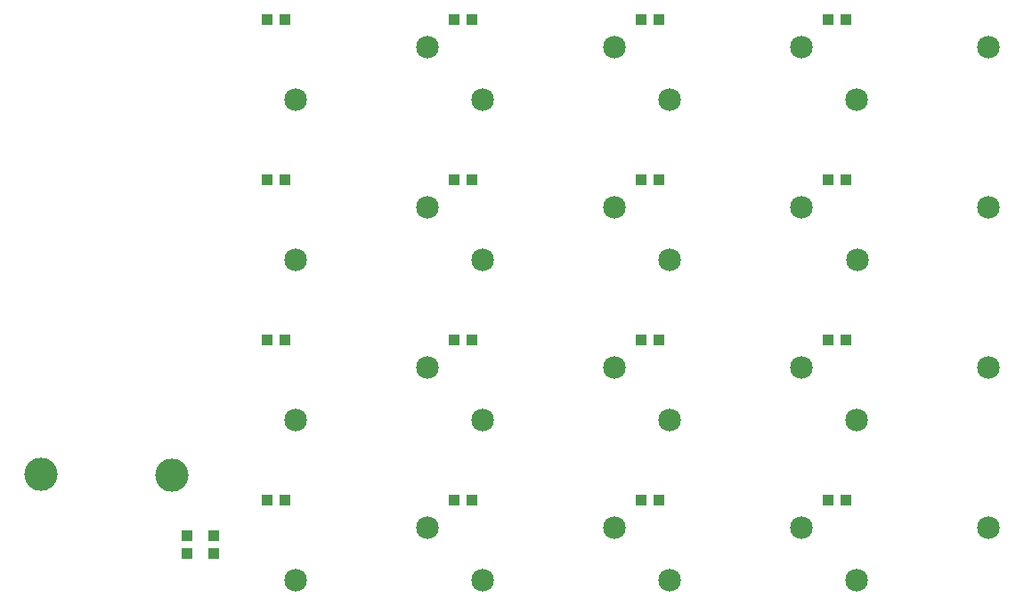
<source format=gtp>
G04 MADE WITH FRITZING*
G04 WWW.FRITZING.ORG*
G04 DOUBLE SIDED*
G04 HOLES PLATED*
G04 CONTOUR ON CENTER OF CONTOUR VECTOR*
%ASAXBY*%
%FSLAX23Y23*%
%MOIN*%
%OFA0B0*%
%SFA1.0B1.0*%
%ADD10C,0.085000*%
%ADD11C,0.124267*%
%ADD12R,0.043307X0.039370*%
%ADD13R,0.039370X0.043307*%
%LNPASTEMASK1*%
G90*
G70*
G54D10*
X3303Y229D03*
X3796Y426D03*
X3303Y229D03*
X3796Y426D03*
X2603Y229D03*
X3096Y426D03*
X2603Y229D03*
X3096Y426D03*
X1903Y229D03*
X2396Y426D03*
X1903Y229D03*
X2396Y426D03*
X1203Y229D03*
X1696Y426D03*
X1203Y229D03*
X1696Y426D03*
X3303Y829D03*
X3796Y1026D03*
X3303Y829D03*
X3796Y1026D03*
X2603Y829D03*
X3096Y1026D03*
X2603Y829D03*
X3096Y1026D03*
X1903Y829D03*
X2396Y1026D03*
X1903Y829D03*
X2396Y1026D03*
X1203Y829D03*
X1696Y1026D03*
X1203Y829D03*
X1696Y1026D03*
X3304Y1428D03*
X3796Y1625D03*
X3304Y1428D03*
X3796Y1625D03*
X2603Y1429D03*
X3096Y1626D03*
X2603Y1429D03*
X3096Y1626D03*
X1903Y1429D03*
X2396Y1626D03*
X1903Y1429D03*
X2396Y1626D03*
X1203Y1429D03*
X1696Y1626D03*
X1203Y1429D03*
X1696Y1626D03*
X3303Y2029D03*
X3796Y2226D03*
X3303Y2029D03*
X3796Y2226D03*
X2603Y2029D03*
X3096Y2226D03*
X2603Y2029D03*
X3096Y2226D03*
X1903Y2029D03*
X2396Y2226D03*
X1903Y2029D03*
X2396Y2226D03*
X1203Y2029D03*
X1696Y2226D03*
X1203Y2029D03*
X1696Y2226D03*
G54D11*
X739Y624D03*
X249Y625D03*
G54D12*
X3196Y1129D03*
X3262Y1129D03*
X3196Y529D03*
X3262Y529D03*
X2496Y529D03*
X2562Y529D03*
X1796Y529D03*
X1862Y529D03*
X1096Y529D03*
X1162Y529D03*
X2496Y1129D03*
X2562Y1129D03*
X1796Y1129D03*
X1862Y1129D03*
X1096Y1129D03*
X1162Y1129D03*
X3196Y1729D03*
X3262Y1729D03*
X2496Y1729D03*
X2562Y1729D03*
X1796Y1729D03*
X1862Y1729D03*
X1096Y1729D03*
X1162Y1729D03*
X3196Y2329D03*
X3262Y2329D03*
G54D13*
X896Y396D03*
X896Y329D03*
X796Y396D03*
X796Y329D03*
G54D12*
X2496Y2329D03*
X2562Y2329D03*
X1796Y2329D03*
X1862Y2329D03*
X1096Y2329D03*
X1162Y2329D03*
G04 End of PasteMask1*
M02*
</source>
